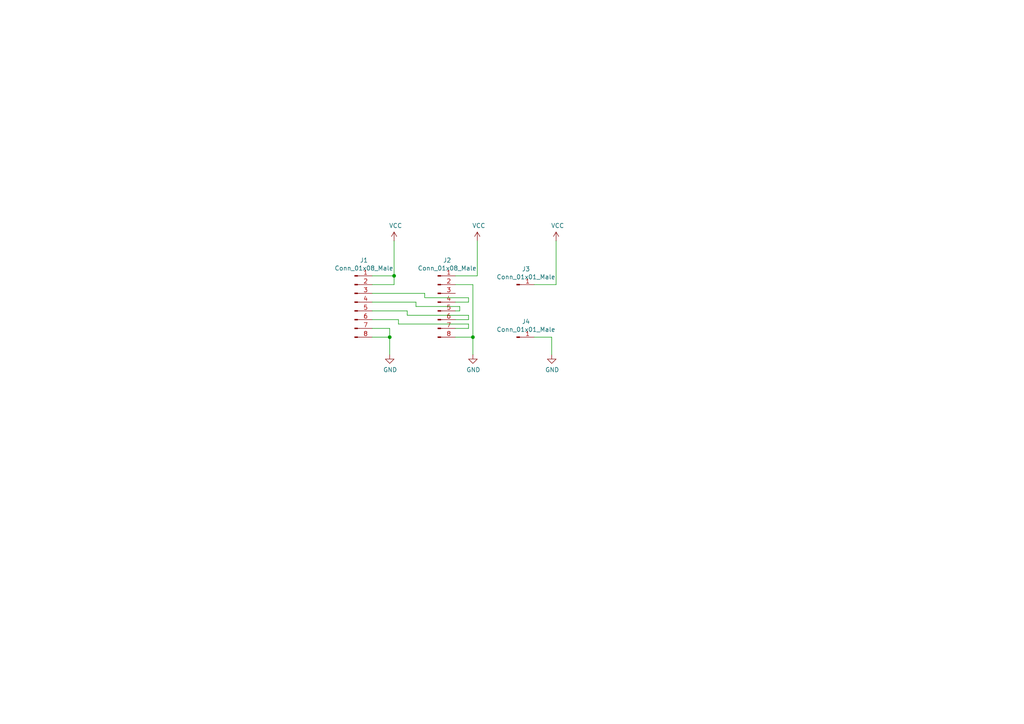
<source format=kicad_sch>
(kicad_sch (version 20250114) (generator "eeschema") (generator_version "9.0")
  (paper "A4")
  (lib_symbols
    (symbol "Connector:Conn_01x01_Male" (pin_names (offset 1.016) (hide yes))
      (property "Reference" "J" (at 0 2.54 0))
      (property "Value" "Connector_Conn_01x01_Male" (at 0 -2.54 0))
      (symbol "Conn_01x01_Male_1_1"
        (rectangle (start 0.8636 0.127) (end 0 -0.127) (stroke (width 0.1524)) (fill (type outline)))
        (polyline (pts (xy 1.27 0) (xy 0.8636 0)) (stroke (width 0.1524)))
        (pin passive line (at 5.08 0 180) (length 3.81) (name "Pin_1") (number "1"))
      )
    )
    (symbol "Connector:Conn_01x08_Male" (pin_names (offset 1.016) (hide yes))
      (property "Reference" "J" (at 0 10.16 0))
      (property "Value" "Connector_Conn_01x08_Male" (at 0 -12.7 0))
      (symbol "Conn_01x08_Male_1_1"
        (rectangle (start 0.8636 7.747) (end 0 7.493) (stroke (width 0.1524)) (fill (type outline)))
        (rectangle (start 0.8636 5.207) (end 0 4.953) (stroke (width 0.1524)) (fill (type outline)))
        (rectangle (start 0.8636 2.667) (end 0 2.413) (stroke (width 0.1524)) (fill (type outline)))
        (rectangle (start 0.8636 0.127) (end 0 -0.127) (stroke (width 0.1524)) (fill (type outline)))
        (rectangle (start 0.8636 -2.413) (end 0 -2.667) (stroke (width 0.1524)) (fill (type outline)))
        (rectangle (start 0.8636 -4.953) (end 0 -5.207) (stroke (width 0.1524)) (fill (type outline)))
        (rectangle (start 0.8636 -7.493) (end 0 -7.747) (stroke (width 0.1524)) (fill (type outline)))
        (rectangle (start 0.8636 -10.033) (end 0 -10.287) (stroke (width 0.1524)) (fill (type outline)))
        (polyline (pts (xy 1.27 7.62) (xy 0.8636 7.62)) (stroke (width 0.1524)))
        (polyline (pts (xy 1.27 5.08) (xy 0.8636 5.08)) (stroke (width 0.1524)))
        (polyline (pts (xy 1.27 2.54) (xy 0.8636 2.54)) (stroke (width 0.1524)))
        (polyline (pts (xy 1.27 0) (xy 0.8636 0)) (stroke (width 0.1524)))
        (polyline (pts (xy 1.27 -2.54) (xy 0.8636 -2.54)) (stroke (width 0.1524)))
        (polyline (pts (xy 1.27 -5.08) (xy 0.8636 -5.08)) (stroke (width 0.1524)))
        (polyline (pts (xy 1.27 -7.62) (xy 0.8636 -7.62)) (stroke (width 0.1524)))
        (polyline (pts (xy 1.27 -10.16) (xy 0.8636 -10.16)) (stroke (width 0.1524)))
        (pin passive line (at 5.08 7.62 180) (length 3.81) (name "Pin_1") (number "1"))
        (pin passive line (at 5.08 5.08 180) (length 3.81) (name "Pin_2") (number "2"))
        (pin passive line (at 5.08 2.54 180) (length 3.81) (name "Pin_3") (number "3"))
        (pin passive line (at 5.08 0 180) (length 3.81) (name "Pin_4") (number "4"))
        (pin passive line (at 5.08 -2.54 180) (length 3.81) (name "Pin_5") (number "5"))
        (pin passive line (at 5.08 -5.08 180) (length 3.81) (name "Pin_6") (number "6"))
        (pin passive line (at 5.08 -7.62 180) (length 3.81) (name "Pin_7") (number "7"))
        (pin passive line (at 5.08 -10.16 180) (length 3.81) (name "Pin_8") (number "8"))
      )
    )
    (symbol "power:GND" (power) (pin_numbers (hide yes)) (pin_names (offset 0) (hide yes))
      (property "Value" "GND" (at 0 -3.81 0))
      (symbol "GND_0_1"
        (polyline (pts (xy 0 0) (xy 0 -1.27) (xy 1.27 -1.27) (xy 0 -2.54) (xy -1.27 -1.27) (xy 0 -1.27)))
      )
      (symbol "GND_1_1"
        (pin power_in line (at 0 0 270) (length 0) (name "~") (number "1"))
      )
    )
    (symbol "power:VCC" (power) (pin_numbers (hide yes)) (pin_names (offset 0) (hide yes))
      (property "Value" "VCC" (at 0 3.556 0))
      (symbol "VCC_0_1"
        (polyline (pts (xy -0.762 1.27) (xy 0 2.54)))
        (polyline (pts (xy 0 2.54) (xy 0.762 1.27)))
        (polyline (pts (xy 0 0) (xy 0 2.54)))
      )
      (symbol "VCC_1_1"
        (pin power_in line (at 0 0 90) (length 0) (name "~") (number "1"))
      )
    )
  )
  (junction (at 113.03 97.79))
  (junction (at 114.3 80.01))
  (junction (at 137.16 97.79))
  (wire (pts (xy 132.08 95.25) (xy 135.89 95.25)))
  (wire (pts (xy 113.03 95.25) (xy 113.03 97.79)))
  (wire (pts (xy 115.57 93.98) (xy 115.57 92.71)))
  (wire (pts (xy 160.02 97.79) (xy 160.02 102.87)))
  (wire (pts (xy 135.89 92.71) (xy 135.89 91.44)))
  (wire (pts (xy 107.95 97.79) (xy 113.03 97.79)))
  (wire (pts (xy 113.03 97.79) (xy 113.03 102.87)))
  (wire (pts (xy 132.08 87.63) (xy 135.89 87.63)))
  (wire (pts (xy 154.94 97.79) (xy 160.02 97.79)))
  (wire (pts (xy 114.3 82.55) (xy 114.3 80.01)))
  (wire (pts (xy 118.11 90.17) (xy 107.95 90.17)))
  (wire (pts (xy 154.94 82.55) (xy 161.29 82.55)))
  (wire (pts (xy 118.11 91.44) (xy 118.11 90.17)))
  (wire (pts (xy 138.43 80.01) (xy 138.43 69.85)))
  (wire (pts (xy 135.89 86.36) (xy 123.19 86.36)))
  (wire (pts (xy 132.08 97.79) (xy 137.16 97.79)))
  (wire (pts (xy 135.89 95.25) (xy 135.89 93.98)))
  (wire (pts (xy 120.65 88.9) (xy 120.65 87.63)))
  (wire (pts (xy 123.19 85.09) (xy 107.95 85.09)))
  (wire (pts (xy 115.57 92.71) (xy 107.95 92.71)))
  (wire (pts (xy 137.16 82.55) (xy 137.16 97.79)))
  (wire (pts (xy 107.95 95.25) (xy 113.03 95.25)))
  (wire (pts (xy 137.16 97.79) (xy 137.16 102.87)))
  (wire (pts (xy 133.35 88.9) (xy 120.65 88.9)))
  (wire (pts (xy 135.89 91.44) (xy 118.11 91.44)))
  (wire (pts (xy 132.08 92.71) (xy 135.89 92.71)))
  (wire (pts (xy 161.29 69.85) (xy 161.29 82.55)))
  (wire (pts (xy 114.3 80.01) (xy 114.3 69.85)))
  (wire (pts (xy 133.35 90.17) (xy 133.35 88.9)))
  (wire (pts (xy 132.08 82.55) (xy 137.16 82.55)))
  (wire (pts (xy 120.65 87.63) (xy 107.95 87.63)))
  (wire (pts (xy 123.19 86.36) (xy 123.19 85.09)))
  (wire (pts (xy 135.89 87.63) (xy 135.89 86.36)))
  (wire (pts (xy 132.08 80.01) (xy 138.43 80.01)))
  (wire (pts (xy 107.95 82.55) (xy 114.3 82.55)))
  (wire (pts (xy 132.08 90.17) (xy 133.35 90.17)))
  (wire (pts (xy 135.89 93.98) (xy 115.57 93.98)))
  (wire (pts (xy 107.95 80.01) (xy 114.3 80.01)))
  (symbol (lib_id "Connector:Conn_01x08_Male") (at 102.87 87.63 0) (unit 1)
    (property "Reference" "J1" (at 105.5624 75.4888 0))
    (property "Value" "Conn_01x08_Male" (at 105.5624 77.8002 0))
    (property "Footprint" "Connector_PinHeader_2.54mm:PinHeader_1x08_P2.54mm_Horizontal" (effects (hide yes)))
  )
  (symbol (lib_id "Connector:Conn_01x08_Male") (at 127 87.63 0) (unit 1)
    (property "Reference" "J2" (at 129.6924 75.4888 0))
    (property "Value" "Conn_01x08_Male" (at 129.6924 77.8002 0))
    (property "Footprint" "Connector_PinHeader_2.54mm:PinHeader_1x08_P2.54mm_Horizontal" (effects (hide yes)))
  )
  (symbol (lib_id "power:GND") (at 160.02 102.87 0) (unit 1)
    (property "Reference" "#PWR0101" (effects (hide yes)))
    (property "Value" "GND" (at 160.147 107.2642 0))
  )
  (symbol (lib_id "power:GND") (at 137.16 102.87 0) (unit 1)
    (property "Reference" "#PWR0102" (effects (hide yes)))
    (property "Value" "GND" (at 137.287 107.2642 0))
  )
  (symbol (lib_id "power:GND") (at 113.03 102.87 0) (unit 1)
    (property "Reference" "#PWR0103" (effects (hide yes)))
    (property "Value" "GND" (at 113.157 107.2642 0))
  )
  (symbol (lib_id "power:VCC") (at 114.3 69.85 0) (unit 1)
    (property "Reference" "#PWR0104" (effects (hide yes)))
    (property "Value" "VCC" (at 114.7318 65.4558 0))
  )
  (symbol (lib_id "power:VCC") (at 138.43 69.85 0) (unit 1)
    (property "Reference" "#PWR0105" (effects (hide yes)))
    (property "Value" "VCC" (at 138.8618 65.4558 0))
  )
  (symbol (lib_id "power:VCC") (at 161.29 69.85 0) (unit 1)
    (property "Reference" "#PWR0106" (effects (hide yes)))
    (property "Value" "VCC" (at 161.7218 65.4558 0))
  )
  (symbol (lib_id "Connector:Conn_01x01_Male") (at 149.86 82.55 0) (unit 1)
    (property "Reference" "J3" (at 152.5524 78.0288 0))
    (property "Value" "Conn_01x01_Male" (at 152.5524 80.3402 0))
    (property "Footprint" "Connector_PinHeader_2.54mm:PinHeader_1x01_P2.54mm_Horizontal" (effects (hide yes)))
  )
  (symbol (lib_id "Connector:Conn_01x01_Male") (at 149.86 97.79 0) (unit 1)
    (property "Reference" "J4" (at 152.5524 93.2688 0))
    (property "Value" "Conn_01x01_Male" (at 152.5524 95.5802 0))
    (property "Footprint" "Connector_PinHeader_2.54mm:PinHeader_1x01_P2.54mm_Horizontal" (effects (hide yes)))
  )
)
</source>
